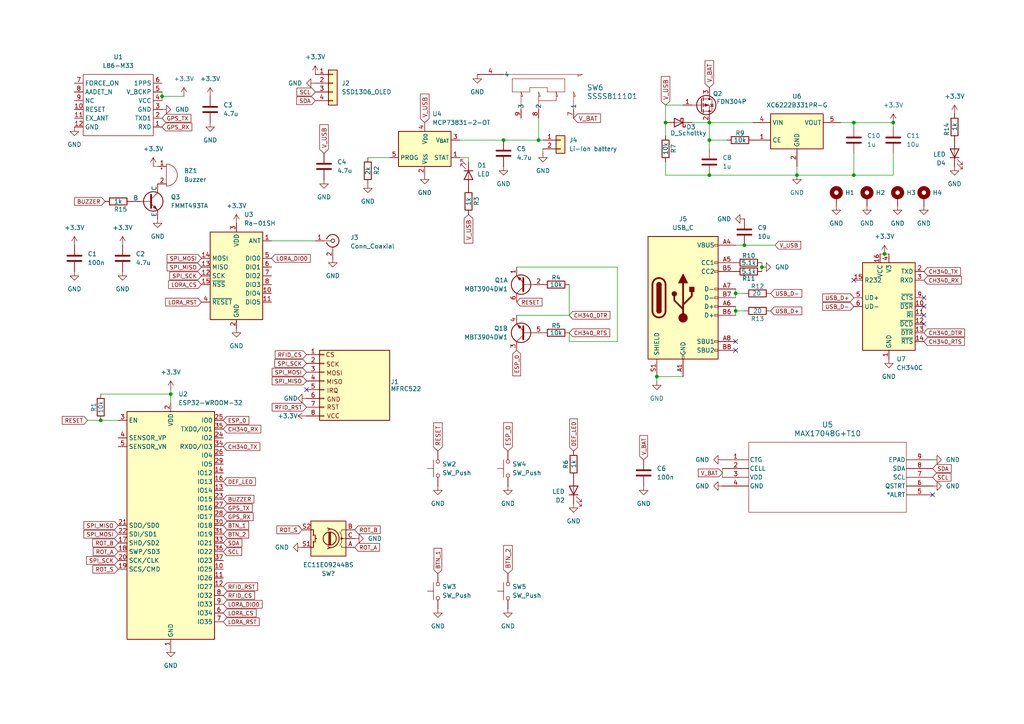
<source format=kicad_sch>
(kicad_sch (version 20231120) (generator "eeschema") (generator_version "8.0")
  (paper "A4")
  (junction (at 146.05 40.64))
  (junction (at 193.04 35.56))
  (junction (at 259.08 35.56))
  (junction (at 247.65 35.56))
  (junction (at 215.9 71.12))
  (junction (at 29.21 121.92))
  (junction (at 213.36 85.09))
  (junction (at 231.14 50.8))
  (junction (at 49.53 114.3))
  (junction (at 256.54 73.66))
  (junction (at 247.65 50.8))
  (junction (at 205.74 50.8))
  (junction (at 46.99 27.94))
  (junction (at 156.21 40.64))
  (junction (at 205.74 35.56))
  (junction (at 190.5 109.22))
  (junction (at 220.98 77.47))
  (junction (at 205.74 40.64))
  (junction (at 213.36 90.17))
  (no_connect (at 267.97 86.36))
  (no_connect (at 270.51 143.51))
  (no_connect (at 267.97 93.98))
  (no_connect (at 247.65 81.28))
  (no_connect (at 267.97 91.44))
  (no_connect (at 88.9 113.03))
  (no_connect (at 267.97 88.9))
  (no_connect (at 213.36 101.6))
  (no_connect (at 213.36 99.06))
  (wire (pts (xy 156.21 40.64) (xy 157.48 40.64)))
  (wire (pts (xy 149.86 91.44) (xy 165.1 91.44)))
  (wire (pts (xy 205.74 35.56) (xy 205.74 40.64)))
  (wire (pts (xy 49.53 114.3) (xy 49.53 116.84)))
  (wire (pts (xy 135.89 45.72) (xy 133.35 45.72)))
  (wire (pts (xy 243.84 35.56) (xy 247.65 35.56)))
  (wire (pts (xy 231.14 48.26) (xy 231.14 50.8)))
  (wire (pts (xy 205.74 40.64) (xy 205.74 43.18)))
  (wire (pts (xy 190.5 109.22) (xy 198.12 109.22)))
  (wire (pts (xy 200.66 35.56) (xy 205.74 35.56)))
  (wire (pts (xy 218.44 35.56) (xy 205.74 35.56)))
  (wire (pts (xy 193.04 30.48) (xy 198.12 30.48)))
  (wire (pts (xy 231.14 50.8) (xy 247.65 50.8)))
  (wire (pts (xy 157.48 43.18) (xy 157.48 44.45)))
  (wire (pts (xy 29.21 121.92) (xy 34.29 121.92)))
  (wire (pts (xy 255.27 73.66) (xy 256.54 73.66)))
  (wire (pts (xy 247.65 35.56) (xy 247.65 36.83)))
  (wire (pts (xy 256.54 73.66) (xy 257.81 73.66)))
  (wire (pts (xy 165.1 99.06) (xy 165.1 96.52)))
  (wire (pts (xy 213.36 71.12) (xy 215.9 71.12)))
  (wire (pts (xy 215.9 71.12) (xy 224.79 71.12)))
  (wire (pts (xy 106.68 45.72) (xy 113.03 45.72)))
  (wire (pts (xy 133.35 40.64) (xy 146.05 40.64)))
  (wire (pts (xy 209.55 135.89) (xy 209.55 138.43)))
  (wire (pts (xy 179.07 99.06) (xy 165.1 99.06)))
  (wire (pts (xy 156.21 34.29) (xy 156.21 40.64)))
  (wire (pts (xy 213.36 88.9) (xy 213.36 90.17)))
  (wire (pts (xy 193.04 35.56) (xy 193.04 30.48)))
  (wire (pts (xy 213.36 85.09) (xy 215.9 85.09)))
  (wire (pts (xy 78.74 69.85) (xy 91.44 69.85)))
  (wire (pts (xy 190.5 110.49) (xy 190.5 109.22)))
  (wire (pts (xy 25.4 121.92) (xy 29.21 121.92)))
  (wire (pts (xy 193.04 35.56) (xy 193.04 39.37)))
  (wire (pts (xy 247.65 35.56) (xy 259.08 35.56)))
  (wire (pts (xy 213.36 85.09) (xy 213.36 86.36)))
  (wire (pts (xy 46.99 27.94) (xy 46.99 29.21)))
  (wire (pts (xy 220.98 76.2) (xy 220.98 77.47)))
  (wire (pts (xy 29.21 114.3) (xy 49.53 114.3)))
  (wire (pts (xy 179.07 77.47) (xy 179.07 99.06)))
  (wire (pts (xy 165.1 91.44) (xy 165.1 82.55)))
  (wire (pts (xy 205.74 40.64) (xy 210.82 40.64)))
  (wire (pts (xy 205.74 50.8) (xy 193.04 50.8)))
  (wire (pts (xy 259.08 35.56) (xy 259.08 36.83)))
  (wire (pts (xy 220.98 77.47) (xy 220.98 78.74)))
  (wire (pts (xy 193.04 50.8) (xy 193.04 46.99)))
  (wire (pts (xy 259.08 50.8) (xy 259.08 44.45)))
  (wire (pts (xy 247.65 50.8) (xy 259.08 50.8)))
  (wire (pts (xy 44.45 48.26) (xy 45.72 48.26)))
  (wire (pts (xy 46.99 26.67) (xy 46.99 27.94)))
  (wire (pts (xy 135.89 46.99) (xy 135.89 45.72)))
  (wire (pts (xy 46.99 27.94) (xy 53.34 27.94)))
  (wire (pts (xy 205.74 50.8) (xy 231.14 50.8)))
  (wire (pts (xy 247.65 44.45) (xy 247.65 50.8)))
  (wire (pts (xy 146.05 40.64) (xy 156.21 40.64)))
  (wire (pts (xy 213.36 90.17) (xy 215.9 90.17)))
  (wire (pts (xy 49.53 114.3) (xy 49.53 113.03)))
  (wire (pts (xy 213.36 90.17) (xy 213.36 91.44)))
  (wire (pts (xy 149.86 77.47) (xy 179.07 77.47)))
  (wire (pts (xy 213.36 83.82) (xy 213.36 85.09)))
  (global_label "DEF_LED" (shape input) (at 166.37 130.81 90) (effects (font (size 1.143 1.143))) (property "Intersheetrefs" "${INTERSHEET_REFS}" (effects (hide yes))))
  (global_label "LORA_RST" (shape input) (at 58.42 87.63 180) (effects (font (size 1.143 1.143))) (property "Intersheetrefs" "${INTERSHEET_REFS}" (effects (hide yes))))
  (global_label "BTN_1" (shape input) (at 64.77 152.4 0) (effects (font (size 1.143 1.143))) (property "Intersheetrefs" "${INTERSHEET_REFS}" (effects (hide yes))))
  (global_label "SPI_MISO" (shape input) (at 34.29 152.4 180) (effects (font (size 1.143 1.143))) (property "Intersheetrefs" "${INTERSHEET_REFS}" (effects (hide yes))))
  (global_label "V_BAT" (shape input) (at 205.74 25.4 90) (property "Intersheetrefs" "${INTERSHEET_REFS}" (effects (hide yes))))
  (global_label "RFID_CS" (shape input) (at 64.77 172.72 0) (effects (font (size 1.143 1.143))) (property "Intersheetrefs" "${INTERSHEET_REFS}" (effects (hide yes))))
  (global_label "SPI_SCK" (shape input) (at 58.42 80.01 180) (effects (font (size 1.143 1.143))) (property "Intersheetrefs" "${INTERSHEET_REFS}" (effects (hide yes))))
  (global_label "GPS_RX" (shape input) (at 46.99 36.83 0) (effects (font (size 1.143 1.143))) (property "Intersheetrefs" "${INTERSHEET_REFS}" (effects (hide yes))))
  (global_label "V_USB" (shape input) (at 135.89 62.23 270) (property "Intersheetrefs" "${INTERSHEET_REFS}" (effects (hide yes))))
  (global_label "CH340_TX" (shape input) (at 64.77 129.54 0) (effects (font (size 1.143 1.143))) (property "Intersheetrefs" "${INTERSHEET_REFS}" (effects (hide yes))))
  (global_label "BTN_2" (shape input) (at 147.32 166.37 90) (property "Intersheetrefs" "${INTERSHEET_REFS}" (effects (hide yes))))
  (global_label "SPI_MISO" (shape input) (at 58.42 77.47 180) (effects (font (size 1.143 1.143))) (property "Intersheetrefs" "${INTERSHEET_REFS}" (effects (hide yes))))
  (global_label "SDA" (shape input) (at 91.44 29.21 180) (effects (font (size 1.143 1.143))) (property "Intersheetrefs" "${INTERSHEET_REFS}" (effects (hide yes))))
  (global_label "ESP_0" (shape input) (at 149.86 101.6 270) (effects (font (size 1.143 1.143))) (property "Intersheetrefs" "${INTERSHEET_REFS}" (effects (hide yes))))
  (global_label "V_USB" (shape input) (at 224.79 71.12 0) (effects (font (size 1.143 1.143))) (property "Intersheetrefs" "${INTERSHEET_REFS}" (effects (hide yes))))
  (global_label "RFID_RST" (shape input) (at 88.9 118.11 180) (effects (font (size 1.143 1.143))) (property "Intersheetrefs" "${INTERSHEET_REFS}" (effects (hide yes))))
  (global_label "GPS_TX" (shape input) (at 64.77 147.32 0) (effects (font (size 1.143 1.143))) (property "Intersheetrefs" "${INTERSHEET_REFS}" (effects (hide yes))))
  (global_label "RFID_RST" (shape input) (at 64.77 170.18 0) (effects (font (size 1.143 1.143))) (property "Intersheetrefs" "${INTERSHEET_REFS}" (effects (hide yes))))
  (global_label "RFID_CS" (shape input) (at 88.9 102.87 180) (effects (font (size 1.143 1.143))) (property "Intersheetrefs" "${INTERSHEET_REFS}" (effects (hide yes))))
  (global_label "DEF_LED" (shape input) (at 64.77 139.7 0) (effects (font (size 1.143 1.143))) (property "Intersheetrefs" "${INTERSHEET_REFS}" (effects (hide yes))))
  (global_label "SPI_MOSI" (shape input) (at 58.42 74.93 180) (effects (font (size 1.143 1.143))) (property "Intersheetrefs" "${INTERSHEET_REFS}" (effects (hide yes))))
  (global_label "BUZZER" (shape input) (at 64.77 144.78 0) (effects (font (size 1.143 1.143))) (property "Intersheetrefs" "${INTERSHEET_REFS}" (effects (hide yes))))
  (global_label "BTN_2" (shape input) (at 64.77 154.94 0) (effects (font (size 1.143 1.143))) (property "Intersheetrefs" "${INTERSHEET_REFS}" (effects (hide yes))))
  (global_label "GPS_RX" (shape input) (at 64.77 149.86 0) (effects (font (size 1.143 1.143))) (property "Intersheetrefs" "${INTERSHEET_REFS}" (effects (hide yes))))
  (global_label "CH340_RTS" (shape input) (at 165.1 96.52 0) (effects (font (size 1.143 1.143))) (property "Intersheetrefs" "${INTERSHEET_REFS}" (effects (hide yes))))
  (global_label "BUZZER" (shape input) (at 30.48 58.42 180) (effects (font (size 1.143 1.143))) (property "Intersheetrefs" "${INTERSHEET_REFS}" (effects (hide yes))))
  (global_label "SCL" (shape input) (at 91.44 26.67 180) (effects (font (size 1.143 1.143))) (property "Intersheetrefs" "${INTERSHEET_REFS}" (effects (hide yes))))
  (global_label "SPI_SCK" (shape input) (at 88.9 105.41 180) (effects (font (size 1.143 1.143))) (property "Intersheetrefs" "${INTERSHEET_REFS}" (effects (hide yes))))
  (global_label "SPI_SCK" (shape input) (at 34.29 162.56 180) (effects (font (size 1.143 1.143))) (property "Intersheetrefs" "${INTERSHEET_REFS}" (effects (hide yes))))
  (global_label "SPI_MOSI" (shape input) (at 88.9 107.95 180) (effects (font (size 1.143 1.143))) (property "Intersheetrefs" "${INTERSHEET_REFS}" (effects (hide yes))))
  (global_label "V_BAT" (shape input) (at 209.55 137.16 180) (effects (font (size 1.143 1.143))) (property "Intersheetrefs" "${INTERSHEET_REFS}" (effects (hide yes))))
  (global_label "RESET" (shape input) (at 127 130.81 90) (property "Intersheetrefs" "${INTERSHEET_REFS}" (effects (hide yes))))
  (global_label "CH340_RX" (shape input) (at 267.97 81.28 0) (effects (font (size 1.143 1.143))) (property "Intersheetrefs" "${INTERSHEET_REFS}" (effects (hide yes))))
  (global_label "ROT_A" (shape input) (at 102.87 158.75 0) (effects (font (size 1.143 1.143))) (property "Intersheetrefs" "${INTERSHEET_REFS}" (effects (hide yes))))
  (global_label "LORA_RST" (shape input) (at 64.77 180.34 0) (effects (font (size 1.143 1.143))) (property "Intersheetrefs" "${INTERSHEET_REFS}" (effects (hide yes))))
  (global_label "USB_D-" (shape input) (at 223.52 85.09 0) (effects (font (size 1.143 1.143))) (property "Intersheetrefs" "${INTERSHEET_REFS}" (effects (hide yes))))
  (global_label "LORA_DIO0" (shape input) (at 78.74 74.93 0) (effects (font (size 1.143 1.143))) (property "Intersheetrefs" "${INTERSHEET_REFS}" (effects (hide yes))))
  (global_label "SCL" (shape input) (at 64.77 160.02 0) (effects (font (size 1.143 1.143))) (property "Intersheetrefs" "${INTERSHEET_REFS}" (effects (hide yes))))
  (global_label "LORA_CS" (shape input) (at 64.77 177.8 0) (effects (font (size 1.143 1.143))) (property "Intersheetrefs" "${INTERSHEET_REFS}" (effects (hide yes))))
  (global_label "GPS_TX" (shape input) (at 46.99 34.29 0) (effects (font (size 1.143 1.143))) (property "Intersheetrefs" "${INTERSHEET_REFS}" (effects (hide yes))))
  (global_label "ESP_0" (shape input) (at 147.32 130.81 90) (property "Intersheetrefs" "${INTERSHEET_REFS}" (effects (hide yes))))
  (global_label "SCL" (shape input) (at 270.51 138.43 0) (effects (font (size 1.143 1.143))) (property "Intersheetrefs" "${INTERSHEET_REFS}" (effects (hide yes))))
  (global_label "V_BAT" (shape input) (at 186.69 133.35 90) (effects (font (size 1.143 1.143))) (property "Intersheetrefs" "${INTERSHEET_REFS}" (effects (hide yes))))
  (global_label "ROT_S" (shape input) (at 87.63 153.67 180) (effects (font (size 1.143 1.143))) (property "Intersheetrefs" "${INTERSHEET_REFS}" (effects (hide yes))))
  (global_label "ROT_B" (shape input) (at 34.29 157.48 180) (effects (font (size 1.143 1.143))) (property "Intersheetrefs" "${INTERSHEET_REFS}" (effects (hide yes))))
  (global_label "V_USB" (shape input) (at 123.19 35.56 90) (property "Intersheetrefs" "${INTERSHEET_REFS}" (effects (hide yes))))
  (global_label "ROT_B" (shape input) (at 102.87 153.67 0) (effects (font (size 1.143 1.143))) (property "Intersheetrefs" "${INTERSHEET_REFS}" (effects (hide yes))))
  (global_label "CH340_DTR" (shape input) (at 165.1 91.44 0) (effects (font (size 1.143 1.143))) (property "Intersheetrefs" "${INTERSHEET_REFS}" (effects (hide yes))))
  (global_label "SPI_MISO" (shape input) (at 88.9 110.49 180) (effects (font (size 1.143 1.143))) (property "Intersheetrefs" "${INTERSHEET_REFS}" (effects (hide yes))))
  (global_label "CH340_DTR" (shape input) (at 267.97 96.52 0) (effects (font (size 1.143 1.143))) (property "Intersheetrefs" "${INTERSHEET_REFS}" (effects (hide yes))))
  (global_label "BTN_1" (shape input) (at 127 166.37 90) (effects (font (size 1.143 1.143))) (property "Intersheetrefs" "${INTERSHEET_REFS}" (effects (hide yes))))
  (global_label "USB_D+" (shape input) (at 247.65 86.36 180) (effects (font (size 1.143 1.143))) (property "Intersheetrefs" "${INTERSHEET_REFS}" (effects (hide yes))))
  (global_label "ROT_A" (shape input) (at 34.29 160.02 180) (effects (font (size 1.143 1.143))) (property "Intersheetrefs" "${INTERSHEET_REFS}" (effects (hide yes))))
  (global_label "SDA" (shape input) (at 64.77 157.48 0) (effects (font (size 1.143 1.143))) (property "Intersheetrefs" "${INTERSHEET_REFS}" (effects (hide yes))))
  (global_label "CH340_RTS" (shape input) (at 267.97 99.06 0) (effects (font (size 1.143 1.143))) (property "Intersheetrefs" "${INTERSHEET_REFS}" (effects (hide yes))))
  (global_label "CH340_TX" (shape input) (at 267.97 78.74 0) (effects (font (size 1.143 1.143))) (property "Intersheetrefs" "${INTERSHEET_REFS}" (effects (hide yes))))
  (global_label "V_BAT" (shape input) (at 166.37 34.29 0) (property "Intersheetrefs" "${INTERSHEET_REFS}" (effects (hide yes))))
  (global_label "V_USB" (shape input) (at 93.98 44.45 90) (property "Intersheetrefs" "${INTERSHEET_REFS}" (effects (hide yes))))
  (global_label "SPI_MOSI" (shape input) (at 34.29 154.94 180) (effects (font (size 1.143 1.143))) (property "Intersheetrefs" "${INTERSHEET_REFS}" (effects (hide yes))))
  (global_label "V_USB" (shape input) (at 193.04 30.48 90) (property "Intersheetrefs" "${INTERSHEET_REFS}" (effects (hide yes))))
  (global_label "CH340_RX" (shape input) (at 64.77 124.46 0) (effects (font (size 1.143 1.143))) (property "Intersheetrefs" "${INTERSHEET_REFS}" (effects (hide yes))))
  (global_label "ESP_0" (shape input) (at 64.77 121.92 0) (effects (font (size 1.143 1.143))) (property "Intersheetrefs" "${INTERSHEET_REFS}" (effects (hide yes))))
  (global_label "RESET" (shape input) (at 25.4 121.92 180) (effects (font (size 1.143 1.143))) (property "Intersheetrefs" "${INTERSHEET_REFS}" (effects (hide yes))))
  (global_label "USB_D+" (shape input) (at 223.52 90.17 0) (effects (font (size 1.143 1.143))) (property "Intersheetrefs" "${INTERSHEET_REFS}" (effects (hide yes))))
  (global_label "RESET" (shape input) (at 149.86 87.63 0) (effects (font (size 1.143 1.143))) (property "Intersheetrefs" "${INTERSHEET_REFS}" (effects (hide yes))))
  (global_label "ROT_S" (shape input) (at 34.29 165.1 180) (effects (font (size 1.143 1.143))) (property "Intersheetrefs" "${INTERSHEET_REFS}" (effects (hide yes))))
  (global_label "LORA_CS" (shape input) (at 58.42 82.55 180) (effects (font (size 1.143 1.143))) (property "Intersheetrefs" "${INTERSHEET_REFS}" (effects (hide yes))))
  (global_label "USB_D-" (shape input) (at 247.65 88.9 180) (effects (font (size 1.143 1.143))) (property "Intersheetrefs" "${INTERSHEET_REFS}" (effects (hide yes))))
  (global_label "LORA_DIO0" (shape input) (at 64.77 175.26 0) (effects (font (size 1.143 1.143))) (property "Intersheetrefs" "${INTERSHEET_REFS}" (effects (hide yes))))
  (global_label "SDA" (shape input) (at 270.51 135.89 0) (effects (font (size 1.143 1.143))) (property "Intersheetrefs" "${INTERSHEET_REFS}" (effects (hide yes))))
  (symbol (lib_id "power:GND") (at 157.48 44.45 0) (unit 1)
    (property "Reference" "#PWR04" (effects (hide yes)))
    (property "Value" "GND" (at 157.48 49.53 0))
    (property "Description" "Power symbol creates a global label with name \"GND\" , ground" (effects (hide yes)))
  )
  (symbol (lib_id "power:GND") (at 127 140.97 0) (unit 1)
    (property "Reference" "#PWR020" (effects (hide yes)))
    (property "Value" "GND" (at 127 146.05 0))
    (property "Description" "Power symbol creates a global label with name \"GND\" , ground" (effects (hide yes)))
  )
  (symbol (lib_id "power:GND") (at 96.52 74.93 0) (unit 1)
    (property "Reference" "#PWR039" (effects (hide yes)))
    (property "Value" "GND" (at 96.52 80.01 0))
    (property "Description" "Power symbol creates a global label with name \"GND\" , ground" (effects (hide yes)))
  )
  (symbol (lib_id "power:GND") (at 215.9 63.5 270) (unit 1)
    (property "Reference" "#PWR014" (effects (hide yes)))
    (property "Value" "GND" (at 212.09 63.4999 90) (effects (justify right)))
    (property "Description" "Power symbol creates a global label with name \"GND\" , ground" (effects (hide yes)))
  )
  (symbol (lib_id "power:GND") (at 91.44 24.13 270) (unit 1)
    (property "Reference" "#PWR029" (effects (hide yes)))
    (property "Value" "GND" (at 87.63 24.1299 90) (effects (justify right)))
    (property "Description" "Power symbol creates a global label with name \"GND\" , ground" (effects (hide yes)))
  )
  (symbol (lib_id "Device:R") (at 219.71 90.17 90) (unit 1)
    (property "Reference" "R13" (at 219.71 92.456 90))
    (property "Value" "20" (at 219.71 90.17 90))
    (property "Footprint" "Resistor_SMD:R_0603_1608Metric_Pad0.98x0.95mm_HandSolder" (effects (hide yes)))
    (property "Description" "Resistor" (effects (hide yes)))
    (property "LCSC" "C25218" (effects (hide yes)))
  )
  (symbol (lib_id "Switch:SW_Push") (at 127 171.45 90) (unit 1)
    (property "Reference" "SW3" (at 128.27 170.1799 90) (effects (justify right)))
    (property "Value" "SW_Push" (at 128.27 172.7199 90) (effects (justify right)))
    (property "Footprint" "Button_Switch_SMD:SW_Push_1P1T_XKB_TS-1187A" (effects (hide yes)))
    (property "LCSC" "C318884" (effects (hide yes)))
  )
  (symbol (lib_id "Connector:Conn_Coaxial") (at 96.52 69.85 0) (unit 1)
    (property "Reference" "J3" (at 101.6 68.8731 0) (effects (justify left)))
    (property "Value" "Conn_Coaxial" (at 101.6 71.4131 0) (effects (justify left)))
    (property "Footprint" "Connector_Coaxial:SMA_Amphenol_132134-16_Vertical" (effects (hide yes)))
    (property "Description" "coaxial connector (BNC, SMA, SMB, SMC, Cinch/RCA, LEMO, ...)" (effects (hide yes)))
  )
  (symbol (lib_id "Simulation_SPICE:NPN") (at 43.18 58.42 0) (unit 1)
    (property "Reference" "Q3" (at 49.53 57.1499 0) (effects (justify left)))
    (property "Value" "FMMT493TA" (at 49.53 59.6899 0) (effects (justify left)))
    (property "Footprint" "Package_TO_SOT_SMD:SOT-23-3" (effects (hide yes)))
    (property "LCSC" "C435889" (effects (hide yes)))
  )
  (symbol (lib_id "power:+3.3V") (at 35.56 71.12 0) (unit 1)
    (property "Reference" "#PWR035" (effects (hide yes)))
    (property "Value" "+3.3V" (at 35.56 66.04 0))
    (property "Description" "Power symbol creates a global label with name \"+3.3V\"" (effects (hide yes)))
  )
  (symbol (lib_id "power:+3.3V") (at 256.54 73.66 0) (unit 1)
    (property "Reference" "#PWR015" (effects (hide yes)))
    (property "Value" "+3.3V" (at 256.54 68.58 0))
    (property "Description" "Power symbol creates a global label with name \"+3.3V\"" (effects (hide yes)))
  )
  (symbol (lib_id "power:GND") (at 242.57 59.69 0) (unit 1)
    (property "Reference" "#PWR048" (effects (hide yes)))
    (property "Value" "GND" (at 242.57 64.77 0))
    (property "Description" "Power symbol creates a global label with name \"GND\" , ground" (effects (hide yes)))
  )
  (symbol (lib_id "power:+3.3V") (at 88.9 120.65 90) (unit 1)
    (property "Reference" "#PWR045" (effects (hide yes)))
    (property "Value" "+3.3V" (at 86.36 120.6499 90) (effects (justify left)))
    (property "Description" "Power symbol creates a global label with name \"+3.3V\"" (effects (hide yes)))
  )
  (symbol (lib_id "Device:C") (at 21.59 74.93 0) (unit 1)
    (property "Reference" "C1" (at 25.4 73.6599 0) (effects (justify left)))
    (property "Value" "100n" (at 25.4 76.1999 0) (effects (justify left)))
    (property "Footprint" "Capacitor_SMD:C_0603_1608Metric" (effects (hide yes)))
    (property "Description" "Unpolarized capacitor" (effects (hide yes)))
    (property "LCSC" "C5137636" (effects (hide yes)))
  )
  (symbol (lib_id "Device:Buzzer") (at 48.26 50.8 0) (unit 1)
    (property "Reference" "BZ1" (at 53.34 49.5299 0) (effects (justify left)))
    (property "Value" "Buzzer" (at 53.34 52.0699 0) (effects (justify left)))
    (property "Footprint" "Buzzer_Beeper:Buzzer_TDK_PS1240P02BT_D12.2mm_H6.5mm" (effects (hide yes)))
    (property "LCSC" "C360607" (effects (hide yes)))
  )
  (symbol (lib_id "Interface_USB:CH340C") (at 257.81 88.9 0) (unit 1)
    (property "Reference" "U7" (at 260.0041 104.14 0) (effects (justify left)))
    (property "Value" "CH340C" (at 260.0041 106.68 0) (effects (justify left)))
    (property "Footprint" "Package_SO:SOIC-16_3.9x9.9mm_P1.27mm" (effects (hide yes)))
    (property "LCSC" "C84681" (effects (hide yes)))
  )
  (symbol (lib_id "Device:C") (at 205.74 46.99 0) (unit 1)
    (property "Reference" "C8" (at 209.55 45.7199 0) (effects (justify left)))
    (property "Value" "1u" (at 209.55 48.2599 0) (effects (justify left)))
    (property "Footprint" "Capacitor_SMD:C_0603_1608Metric" (effects (hide yes)))
    (property "Description" "Unpolarized capacitor" (effects (hide yes)))
    (property "LCSC" "C1592" (effects (hide yes)))
  )
  (symbol (lib_id "Device:R") (at 161.29 96.52 90) (unit 1)
    (property "Reference" "R5" (at 161.29 94.488 90))
    (property "Value" "10k" (at 161.29 96.52 90))
    (property "Footprint" "Resistor_SMD:R_0603_1608Metric_Pad0.98x0.95mm_HandSolder" (effects (hide yes)))
    (property "Description" "Resistor" (effects (hide yes)))
    (property "LCSC" "C15401" (effects (hide yes)))
  )
  (symbol (lib_id "Mechanical:MountingHole_Pad") (at 251.46 57.15 0) (unit 1) (exclude_from_sim yes) (in_bom no)
    (property "Reference" "H2" (at 254 55.8799 0) (effects (justify left)))
    (property "Value" "MountingHole_Pad" (effects (hide yes)))
    (property "Footprint" "MountingHole:MountingHole_2.2mm_M2_Pad_Via" (effects (hide yes)))
    (property "Description" "Mounting Hole with connection" (effects (hide yes)))
  )
  (symbol (lib_id "Device:C") (at 215.9 67.31 0) (unit 1)
    (property "Reference" "C9" (at 219.71 66.0399 0) (effects (justify left)))
    (property "Value" "10u" (at 219.71 68.5799 0) (effects (justify left)))
    (property "Footprint" "Capacitor_SMD:C_0603_1608Metric" (effects (hide yes)))
    (property "Description" "Unpolarized capacitor" (effects (hide yes)))
    (property "LCSC" "C1691" (effects (hide yes)))
  )
  (symbol (lib_id "Device:R") (at 217.17 76.2 270) (unit 1)
    (property "Reference" "R10" (at 217.17 74.168 90))
    (property "Value" "5.1k" (at 217.17 76.2 90))
    (property "Footprint" "Resistor_SMD:R_0603_1608Metric_Pad0.98x0.95mm_HandSolder" (effects (hide yes)))
    (property "Description" "Resistor" (effects (hide yes)))
    (property "LCSC" "C2907114" (effects (hide yes)))
  )
  (symbol (lib_id "Device:R") (at 106.68 49.53 0) (unit 1)
    (property "Reference" "R2" (at 109.22 50.8 90) (effects (justify left)))
    (property "Value" "2k" (at 106.68 50.8 90) (effects (justify left)))
    (property "Footprint" "Resistor_SMD:R_0603_1608Metric_Pad0.98x0.95mm_HandSolder" (effects (hide yes)))
    (property "LCSC" "C25590" (effects (hide yes)))
  )
  (symbol (lib_id "Device:R") (at 34.29 58.42 270) (unit 1)
    (property "Reference" "R15" (at 33.02 60.706 90) (effects (justify left)))
    (property "Value" "1k" (at 33.02 58.42 90) (effects (justify left)))
    (property "Footprint" "Resistor_SMD:R_0603_1608Metric_Pad0.98x0.95mm_HandSolder" (effects (hide yes)))
    (property "Description" "Resistor" (effects (hide yes)))
    (property "LCSC" "C22548" (effects (hide yes)))
  )
  (symbol (lib_id "RF_Module:ESP32-WROOM-32") (at 49.53 152.4 0) (unit 1)
    (property "Reference" "U2" (at 51.7241 114.3 0) (effects (justify left)))
    (property "Value" "ESP32-WROOM-32" (at 51.7241 116.84 0) (effects (justify left)))
    (property "Footprint" "RF_Module:ESP32-WROOM-32" (effects (hide yes)))
  )
  (symbol (lib_id "2025-03-08_19-34-20:SSSS811101") (at 166.37 34.29 180) (unit 1)
    (property "Reference" "SW6" (at 170.18 25.3999 0) (effects (font (size 1.524 1.524)) (justify right)))
    (property "Value" "SSSS811101" (at 170.18 27.9399 0) (effects (font (size 1.524 1.524)) (justify right)))
    (property "Footprint" "footprints:SW4_SSSS811101_ALPS" (effects (hide yes)))
    (property "LCSC" "C109335" (effects (hide yes)))
  )
  (symbol (lib_id "power:+3.3V") (at 91.44 21.59 0) (unit 1)
    (property "Reference" "#PWR028" (effects (hide yes)))
    (property "Value" "+3.3V" (at 91.44 16.51 0))
    (property "Description" "Power symbol creates a global label with name \"+3.3V\"" (effects (hide yes)))
  )
  (symbol (lib_id "power:GND") (at 21.59 36.83 0) (unit 1)
    (property "Reference" "#PWR030" (effects (hide yes)))
    (property "Value" "GND" (at 21.59 41.91 0))
    (property "Description" "Power symbol creates a global label with name \"GND\" , ground" (effects (hide yes)))
  )
  (symbol (lib_id "Connector_Generic:Conn_01x08") (at 93.98 110.49 0) (unit 1)
    (property "Reference" "J1" (at 113.284 110.744 0) (effects (justify left)))
    (property "Value" "MFRC522" (at 113.284 112.776 0) (effects (justify left)))
    (property "Footprint" "Connector_PinHeader_2.54mm:PinHeader_1x08_P2.54mm_Vertical" (effects (hide yes)))
  )
  (symbol (lib_id "power:GND") (at 257.81 104.14 0) (unit 1)
    (property "Reference" "#PWR013" (effects (hide yes)))
    (property "Value" "GND" (at 257.81 109.22 0))
    (property "Description" "Power symbol creates a global label with name \"GND\" , ground" (effects (hide yes)))
  )
  (symbol (lib_id "Connector_Generic:Conn_01x04") (at 96.52 24.13 0) (unit 1)
    (property "Reference" "J2" (at 99.06 24.1299 0) (effects (justify left)))
    (property "Value" "SSD1306_OLED" (at 99.06 26.6699 0) (effects (justify left)))
    (property "Footprint" "footprints:128x64OLED" (effects (hide yes)))
  )
  (symbol (lib_id "Device:R") (at 166.37 134.62 180) (unit 1)
    (property "Reference" "R6" (at 164.084 133.35 90) (effects (justify left)))
    (property "Value" "1k" (at 166.37 133.35 90) (effects (justify left)))
    (property "Footprint" "Resistor_SMD:R_0603_1608Metric_Pad0.98x0.95mm_HandSolder" (effects (hide yes)))
    (property "Description" "Resistor" (effects (hide yes)))
    (property "LCSC" "C22548" (effects (hide yes)))
  )
  (symbol (lib_id "power:+3.3V") (at 44.45 48.26 0) (unit 1)
    (property "Reference" "#PWR046" (effects (hide yes)))
    (property "Value" "+3.3V" (at 44.45 43.18 0))
    (property "Description" "Power symbol creates a global label with name \"+3.3V\"" (effects (hide yes)))
  )
  (symbol (lib_id "Device:D_Schottky") (at 196.85 35.56 180) (unit 1)
    (property "Reference" "D3" (at 200.406 36.83 0))
    (property "Value" "D_Schottky" (at 199.644 38.608 0))
    (property "Footprint" "Diode_SMD:D_SOD-123F" (effects (hide yes)))
    (property "LCSC" "C223608" (effects (hide yes)))
  )
  (symbol (lib_id "Device:C") (at 35.56 74.93 0) (unit 1)
    (property "Reference" "C2" (at 39.37 73.6599 0) (effects (justify left)))
    (property "Value" "4.7u" (at 39.37 76.1999 0) (effects (justify left)))
    (property "Footprint" "Capacitor_SMD:C_0603_1608Metric" (effects (hide yes)))
    (property "LCSC" "C1705" (effects (hide yes)))
  )
  (symbol (lib_id "Device:R") (at 219.71 85.09 90) (unit 1)
    (property "Reference" "R12" (at 219.71 83.058 90))
    (property "Value" "20" (at 219.456 85.09 90))
    (property "Footprint" "Resistor_SMD:R_0603_1608Metric_Pad0.98x0.95mm_HandSolder" (effects (hide yes)))
    (property "Description" "Resistor" (effects (hide yes)))
    (property "LCSC" "C25218" (effects (hide yes)))
  )
  (symbol (lib_id "Device:R") (at 214.63 40.64 90) (unit 1)
    (property "Reference" "R9" (at 214.63 38.608 90))
    (property "Value" "10k" (at 214.63 40.64 90))
    (property "Footprint" "Resistor_SMD:R_0603_1608Metric_Pad0.98x0.95mm_HandSolder" (effects (hide yes)))
    (property "Description" "Resistor" (effects (hide yes)))
    (property "LCSC" "C15401" (effects (hide yes)))
  )
  (symbol (lib_id "power:+3.3V") (at 53.34 27.94 0) (unit 1)
    (property "Reference" "#PWR032" (effects (hide yes)))
    (property "Value" "+3.3V" (at 53.34 22.86 0))
    (property "Description" "Power symbol creates a global label with name \"+3.3V\"" (effects (hide yes)))
  )
  (symbol (lib_id "power:GND") (at 93.98 52.07 0) (unit 1)
    (property "Reference" "#PWR05" (effects (hide yes)))
    (property "Value" "GND" (at 93.98 57.15 0))
    (property "Description" "Power symbol creates a global label with name \"GND\" , ground" (effects (hide yes)))
  )
  (symbol (lib_id "power:+3.3V") (at 21.59 71.12 0) (unit 1)
    (property "Reference" "#PWR038" (effects (hide yes)))
    (property "Value" "+3.3V" (at 21.59 66.04 0))
    (property "Description" "Power symbol creates a global label with name \"+3.3V\"" (effects (hide yes)))
  )
  (symbol (lib_id "Library:L86-M33") (at 34.29 30.48 0) (unit 1)
    (property "Reference" "U1" (at 34.29 16.51 0))
    (property "Value" "L86-M33" (at 34.29 19.05 0))
    (property "Footprint" "footprints:L86-M33" (effects (hide yes)))
  )
  (symbol (lib_id "power:GND") (at 147.32 176.53 0) (unit 1)
    (property "Reference" "#PWR025" (effects (hide yes)))
    (property "Value" "GND" (at 147.32 181.61 0))
    (property "Description" "Power symbol creates a global label with name \"GND\" , ground" (effects (hide yes)))
  )
  (symbol (lib_id "power:+3.3V") (at 49.53 113.03 0) (unit 1)
    (property "Reference" "#PWR027" (effects (hide yes)))
    (property "Value" "+3.3V" (at 49.53 107.95 0))
    (property "Description" "Power symbol creates a global label with name \"+3.3V\"" (effects (hide yes)))
  )
  (symbol (lib_id "power:GND") (at 231.14 50.8 0) (unit 1)
    (property "Reference" "#PWR06" (effects (hide yes)))
    (property "Value" "GND" (at 231.14 55.88 0))
    (property "Description" "Power symbol creates a global label with name \"GND\" , ground" (effects (hide yes)))
  )
  (symbol (lib_id "power:+3.3V") (at 259.08 35.56 0) (unit 1)
    (property "Reference" "#PWR07" (effects (hide yes)))
    (property "Value" "+3.3V" (at 259.08 30.48 0))
    (property "Description" "Power symbol creates a global label with name \"+3.3V\"" (effects (hide yes)))
  )
  (symbol (lib_id "power:GND") (at 127 176.53 0) (unit 1)
    (property "Reference" "#PWR024" (effects (hide yes)))
    (property "Value" "GND" (at 127 181.61 0))
    (property "Description" "Power symbol creates a global label with name \"GND\" , ground" (effects (hide yes)))
  )
  (symbol (lib_id "Transistor_BJT:MBT3904DW1") (at 152.4 82.55 180) (unit 1)
    (property "Reference" "Q1" (at 147.32 81.2799 0) (effects (justify left)))
    (property "Value" "MBT3904DW1" (at 147.32 83.8199 0) (effects (justify left)))
    (property "Footprint" "Package_TO_SOT_SMD:SOT-363_SC-70-6" (effects (hide yes)))
    (property "LCSC" "C110150" (effects (hide yes)))
  )
  (symbol (lib_id "Device:R") (at 193.04 43.18 0) (unit 1)
    (property "Reference" "R7" (at 195.326 44.45 90) (effects (justify left)))
    (property "Value" "10k" (at 193.04 44.958 90) (effects (justify left)))
    (property "Footprint" "Resistor_SMD:R_0603_1608Metric_Pad0.98x0.95mm_HandSolder" (effects (hide yes)))
    (property "Description" "Resistor" (effects (hide yes)))
    (property "LCSC" "C15401" (effects (hide yes)))
  )
  (symbol (lib_id "power:GND") (at 209.55 133.35 270) (unit 1)
    (property "Reference" "#PWR018" (effects (hide yes)))
    (property "Value" "GND" (at 205.74 133.3499 90) (effects (justify right)))
    (property "Description" "Power symbol creates a global label with name \"GND\" , ground" (effects (hide yes)))
  )
  (symbol (lib_id "Device:RotaryEncoder_Switch") (at 95.25 156.21 180) (unit 1)
    (property "Reference" "SW?" (at 95.25 166.37 0))
    (property "Value" "EC11E09244BS" (at 95.25 163.83 0))
    (property "Footprint" "Rotary_Encoder:RotaryEncoder_Alps_EC11E-Switch_Vertical_H20mm" (effects (hide yes)))
    (property "LCSC" "C470742" (effects (hide yes)))
  )
  (symbol (lib_id "Switch:SW_Push") (at 147.32 171.45 90) (unit 1)
    (property "Reference" "SW5" (at 148.59 170.1799 90) (effects (justify right)))
    (property "Value" "SW_Push" (at 148.59 172.7199 90) (effects (justify right)))
    (property "Footprint" "Button_Switch_SMD:SW_Push_1P1T_XKB_TS-1187A" (effects (hide yes)))
    (property "LCSC" "C318884" (effects (hide yes)))
  )
  (symbol (lib_id "2025-03-08_20-08-06:MAX17048G+T10") (at 209.55 133.35 0) (unit 1)
    (property "Reference" "U5" (at 240.03 123.19 0) (effects (font (size 1.524 1.524))))
    (property "Value" "MAX17048G+T10" (at 240.03 125.73 0) (effects (font (size 1.524 1.524))))
    (property "Footprint" "footprints:21-0168E_T822-3_MXM" (effects (hide yes)))
    (property "Datasheet" "MAX17048G+T10" (effects (hide yes)))
    (property "LCSC" "C2682616" (effects (hide yes)))
  )
  (symbol (lib_id "Mechanical:MountingHole_Pad") (at 267.97 57.15 0) (unit 1) (exclude_from_sim yes) (in_bom no)
    (property "Reference" "H4" (at 270.51 55.8799 0) (effects (justify left)))
    (property "Value" "MountingHole_Pad" (effects (hide yes)))
    (property "Footprint" "MountingHole:MountingHole_2.2mm_M2_Pad_Via" (effects (hide yes)))
    (property "Description" "Mounting Hole with connection" (effects (hide yes)))
  )
  (symbol (lib_id "Device:R") (at 217.17 78.74 90) (unit 1)
    (property "Reference" "R11" (at 217.17 80.772 90))
    (property "Value" "5.1k" (at 217.17 78.74 90))
    (property "Footprint" "Resistor_SMD:R_0603_1608Metric_Pad0.98x0.95mm_HandSolder" (effects (hide yes)))
    (property "Description" "Resistor" (effects (hide yes)))
    (property "LCSC" "C2907114" (effects (hide yes)))
  )
  (symbol (lib_id "Connector_Generic:Conn_01x02") (at 162.56 40.64 0) (unit 1)
    (property "Reference" "J4" (at 165.1 40.6399 0) (effects (justify left)))
    (property "Value" "Li-Ion battery" (at 165.1 43.1799 0) (effects (justify left)))
    (property "Footprint" "Battery:BatteryHolder_Keystone_1042_1x18650" (effects (hide yes)))
    (property "Description" "Generic connector, single row, 01x02, script generated (kicad-library-utils/schlib/autogen/connector/)" (effects (hide yes)))
  )
  (symbol (lib_id "Mechanical:MountingHole_Pad") (at 260.35 57.15 0) (unit 1) (exclude_from_sim yes) (in_bom no)
    (property "Reference" "H3" (at 262.89 55.8799 0) (effects (justify left)))
    (property "Value" "MountingHole_Pad" (effects (hide yes)))
    (property "Footprint" "MountingHole:MountingHole_2.2mm_M2_Pad_Via" (effects (hide yes)))
    (property "Description" "Mounting Hole with connection" (effects (hide yes)))
  )
  (symbol (lib_id "Connector:USB_C_Receptacle_USB2.0_16P") (at 198.12 86.36 0) (unit 1)
    (property "Reference" "J5" (at 198.12 63.5 0))
    (property "Value" "USB_C" (at 198.12 66.04 0))
    (property "Footprint" "Connector_USB:USB_C_Receptacle_HCTL_HC-TYPE-C-16P-01A" (effects (hide yes)))
    (property "Datasheet" "https://www.usb.org/sites/default/files/documents/usb_type-c.zip" (effects (hide yes)))
    (property "Description" "USB 2.0-only 16P Type-C Receptacle connector" (effects (hide yes)))
    (property "LCSC" "C2894897" (effects (hide yes)))
  )
  (symbol (lib_id "Switch:SW_Push") (at 147.32 135.89 90) (unit 1)
    (property "Reference" "SW4" (at 148.59 134.6199 90) (effects (justify right)))
    (property "Value" "SW_Push" (at 148.59 137.1599 90) (effects (justify right)))
    (property "Footprint" "Button_Switch_SMD:SW_Push_1P1T_XKB_TS-1187A" (effects (hide yes)))
    (property "LCSC" "C318884" (effects (hide yes)))
  )
  (symbol (lib_id "Battery_Management:MCP73831-2-OT") (at 123.19 43.18 0) (unit 1)
    (property "Reference" "U4" (at 125.3841 33.02 0) (effects (justify left)))
    (property "Value" "MCP73831-2-OT" (at 125.3841 35.56 0) (effects (justify left)))
    (property "Footprint" "Package_TO_SOT_SMD:SOT-23-5" (effects (hide yes)))
    (property "LCSC" "C424093" (effects (hide yes)))
  )
  (symbol (lib_id "Device:C") (at 60.96 31.75 0) (unit 1)
    (property "Reference" "C3" (at 64.77 30.4799 0) (effects (justify left)))
    (property "Value" "4.7u" (at 64.77 33.0199 0) (effects (justify left)))
    (property "Footprint" "Capacitor_SMD:C_0603_1608Metric" (effects (hide yes)))
    (property "LCSC" "C1705" (effects (hide yes)))
  )
  (symbol (lib_id "Switch:SW_Push") (at 127 135.89 90) (unit 1)
    (property "Reference" "SW2" (at 128.27 134.6199 90) (effects (justify right)))
    (property "Value" "SW_Push" (at 128.27 137.1599 90) (effects (justify right)))
    (property "Footprint" "Button_Switch_SMD:SW_Push_1P1T_XKB_TS-1187A" (effects (hide yes)))
    (property "LCSC" "C318884" (effects (hide yes)))
  )
  (symbol (lib_id "Device:LED") (at 166.37 142.24 90) (unit 1)
    (property "Reference" "D2" (at 163.83 145.0976 90) (effects (justify left)))
    (property "Value" "LED" (at 163.83 142.5576 90) (effects (justify left)))
    (property "Footprint" "LED_SMD:LED_0603_1608Metric" (effects (hide yes)))
    (property "Description" "Light emitting diode" (effects (hide yes)))
    (property "LCSC" "C2286" (effects (hide yes)))
  )
  (symbol (lib_id "power:GND") (at 102.87 156.21 90) (unit 1)
    (property "Reference" "#PWR042" (effects (hide yes)))
    (property "Value" "GND" (at 106.68 156.2101 90) (effects (justify right)))
    (property "Description" "Power symbol creates a global label with name \"GND\" , ground" (effects (hide yes)))
  )
  (symbol (lib_id "power:GND") (at 146.05 48.26 0) (unit 1)
    (property "Reference" "#PWR03" (effects (hide yes)))
    (property "Value" "GND" (at 146.05 53.34 0))
    (property "Description" "Power symbol creates a global label with name \"GND\" , ground" (effects (hide yes)))
  )
  (symbol (lib_id "Device:C") (at 93.98 48.26 0) (unit 1)
    (property "Reference" "C4" (at 97.79 46.9899 0) (effects (justify left)))
    (property "Value" "4.7u" (at 97.79 49.5299 0) (effects (justify left)))
    (property "Footprint" "Capacitor_SMD:C_0603_1608Metric" (effects (hide yes)))
    (property "LCSC" "C1705" (effects (hide yes)))
  )
  (symbol (lib_id "power:+3.3V") (at 276.86 33.02 0) (unit 1)
    (property "Reference" "#PWR08" (effects (hide yes)))
    (property "Value" "+3.3V" (at 276.86 27.94 0))
    (property "Description" "Power symbol creates a global label with name \"+3.3V\"" (effects (hide yes)))
  )
  (symbol (lib_id "power:GND") (at 190.5 110.49 0) (unit 1)
    (property "Reference" "#PWR011" (effects (hide yes)))
    (property "Value" "GND" (at 190.5 115.57 0))
    (property "Description" "Power symbol creates a global label with name \"GND\" , ground" (effects (hide yes)))
  )
  (symbol (lib_id "Device:R") (at 29.21 118.11 180) (unit 1)
    (property "Reference" "R1" (at 27.178 118.11 90))
    (property "Value" "10k" (at 29.21 118.11 90))
    (property "Footprint" "Resistor_SMD:R_0603_1608Metric_Pad0.98x0.95mm_HandSolder" (effects (hide yes)))
    (property "Description" "Resistor" (effects (hide yes)))
    (property "LCSC" "C15401" (effects (hide yes)))
  )
  (symbol (lib_id "Device:LED") (at 135.89 50.8 270) (unit 1)
    (property "Reference" "D1" (at 138.43 47.9424 90) (effects (justify left)))
    (property "Value" "LED" (at 138.43 50.4824 90) (effects (justify left)))
    (property "Footprint" "LED_SMD:LED_0603_1608Metric" (effects (hide yes)))
    (property "LCSC" "C2286" (effects (hide yes)))
  )
  (symbol (lib_id "Regulator_Linear:XC6220B331MR") (at 231.14 38.1 0) (unit 1)
    (property "Reference" "U6" (at 231.14 27.94 0))
    (property "Value" "XC6222B331PR-G" (at 231.14 30.48 0))
    (property "Footprint" "Package_TO_SOT_SMD:SOT-89-5" (effects (hide yes)))
    (property "LCSC" "C3747687" (effects (hide yes)))
  )
  (symbol (lib_id "power:GND") (at 21.59 78.74 0) (unit 1)
    (property "Reference" "#PWR037" (effects (hide yes)))
    (property "Value" "GND" (at 21.59 83.82 0))
    (property "Description" "Power symbol creates a global label with name \"GND\" , ground" (effects (hide yes)))
  )
  (symbol (lib_id "power:GND") (at 49.53 187.96 0) (unit 1)
    (property "Reference" "#PWR026" (effects (hide yes)))
    (property "Value" "GND" (at 49.53 193.04 0))
    (property "Description" "Power symbol creates a global label with name \"GND\" , ground" (effects (hide yes)))
  )
  (symbol (lib_id "Device:C") (at 259.08 40.64 0) (unit 1)
    (property "Reference" "C11" (at 262.89 39.3699 0) (effects (justify left)))
    (property "Value" "10u" (at 262.89 41.9099 0) (effects (justify left)))
    (property "Footprint" "Capacitor_SMD:C_0603_1608Metric" (effects (hide yes)))
    (property "Description" "Unpolarized capacitor" (effects (hide yes)))
    (property "LCSC" "C1691" (effects (hide yes)))
  )
  (symbol (lib_id "power:GND") (at 267.97 59.69 0) (unit 1)
    (property "Reference" "#PWR051" (effects (hide yes)))
    (property "Value" "GND" (at 267.97 64.77 0))
    (property "Description" "Power symbol creates a global label with name \"GND\" , ground" (effects (hide yes)))
  )
  (symbol (lib_id "Device:R") (at 161.29 82.55 90) (unit 1)
    (property "Reference" "R4" (at 161.29 80.518 90))
    (property "Value" "10k" (at 161.29 82.55 90))
    (property "Footprint" "Resistor_SMD:R_0603_1608Metric_Pad0.98x0.95mm_HandSolder" (effects (hide yes)))
    (property "Description" "Resistor" (effects (hide yes)))
    (property "LCSC" "C15401" (effects (hide yes)))
  )
  (symbol (lib_id "power:GND") (at 251.46 59.69 0) (unit 1)
    (property "Reference" "#PWR049" (effects (hide yes)))
    (property "Value" "GND" (at 251.46 64.77 0))
    (property "Description" "Power symbol creates a global label with name \"GND\" , ground" (effects (hide yes)))
  )
  (symbol (lib_id "power:GND") (at 60.96 35.56 0) (unit 1)
    (property "Reference" "#PWR033" (effects (hide yes)))
    (property "Value" "GND" (at 60.96 40.64 0))
    (property "Description" "Power symbol creates a global label with name \"GND\" , ground" (effects (hide yes)))
  )
  (symbol (lib_id "Mechanical:MountingHole_Pad") (at 242.57 57.15 0) (unit 1) (exclude_from_sim yes) (in_bom no)
    (property "Reference" "H1" (at 245.11 55.8799 0) (effects (justify left)))
    (property "Value" "MountingHole_Pad" (effects (hide yes)))
    (property "Footprint" "MountingHole:MountingHole_2.2mm_M2_Pad_Via" (effects (hide yes)))
    (property "Description" "Mounting Hole with connection" (effects (hide yes)))
  )
  (symbol (lib_id "Transistor_BJT:MBT3904DW1") (at 152.4 96.52 180) (unit 2)
    (property "Reference" "Q1" (at 147.32 95.2499 0) (effects (justify left)))
    (property "Value" "MBT3904DW1" (at 147.32 97.7899 0) (effects (justify left)))
    (property "Footprint" "Package_TO_SOT_SMD:SOT-363_SC-70-6" (effects (hide yes)))
    (property "Datasheet" "http://www.onsemi.com/pub_link/Collateral/MBT3904DW1T1-D.PDF" (effects (hide yes)))
    (property "Description" "200mA IC, 40V Vce, Dual NPN/NPN Transistors, SOT-363" (effects (hide yes)))
    (property "LCSC" "C110150" (effects (hide yes)))
  )
  (symbol (lib_id "Device:LED") (at 276.86 44.45 90) (unit 1)
    (property "Reference" "D4" (at 274.32 47.3076 90) (effects (justify left)))
    (property "Value" "LED" (at 274.32 44.7676 90) (effects (justify left)))
    (property "Footprint" "LED_SMD:LED_0603_1608Metric" (effects (hide yes)))
    (property "Description" "Light emitting diode" (effects (hide yes)))
    (property "LCSC" "C2286" (effects (hide yes)))
  )
  (symbol (lib_id "power:GND") (at 45.72 63.5 0) (unit 1)
    (property "Reference" "#PWR047" (effects (hide yes)))
    (property "Value" "GND" (at 45.72 68.58 0))
    (property "Description" "Power symbol creates a global label with name \"GND\" , ground" (effects (hide yes)))
  )
  (symbol (lib_id "Device:C") (at 247.65 40.64 0) (unit 1)
    (property "Reference" "C10" (at 251.46 39.3699 0) (effects (justify left)))
    (property "Value" "1u" (at 251.46 41.9099 0) (effects (justify left)))
    (property "Footprint" "Capacitor_SMD:C_0603_1608Metric" (effects (hide yes)))
    (property "Description" "Unpolarized capacitor" (effects (hide yes)))
    (property "LCSC" "C1592" (effects (hide yes)))
  )
  (symbol (lib_id "power:+3.3V") (at 68.58 64.77 0) (unit 1)
    (property "Reference" "#PWR041" (effects (hide yes)))
    (property "Value" "+3.3V" (at 68.58 59.69 0))
    (property "Description" "Power symbol creates a global label with name \"+3.3V\"" (effects (hide yes)))
  )
  (symbol (lib_id "Device:Q_PMOS_GSD") (at 203.2 30.48 0) (unit 1)
    (property "Reference" "Q2" (at 206.756 27.178 0) (effects (justify left)))
    (property "Value" "FDN304P" (at 207.772 29.464 0) (effects (justify left)))
    (property "Footprint" "Package_TO_SOT_SMD:SOT-23" (effects (hide yes)))
    (property "Description" "P-MOSFET transistor, gate/source/drain" (effects (hide yes)))
    (property "LCSC" "C19188375" (effects (hide yes)))
  )
  (symbol (lib_id "power:GND") (at 276.86 48.26 0) (unit 1)
    (property "Reference" "#PWR09" (effects (hide yes)))
    (property "Value" "GND" (at 276.86 53.34 0))
    (property "Description" "Power symbol creates a global label with name \"GND\" , ground" (effects (hide yes)))
  )
  (symbol (lib_id "power:GND") (at 123.19 50.8 0) (unit 1)
    (property "Reference" "#PWR01" (effects (hide yes)))
    (property "Value" "GND" (at 123.19 55.88 0))
    (property "Description" "Power symbol creates a global label with name \"GND\" , ground" (effects (hide yes)))
  )
  (symbol (lib_id "power:GND") (at 209.55 140.97 270) (unit 1)
    (property "Reference" "#PWR019" (effects (hide yes)))
    (property "Value" "GND" (at 205.74 140.9699 90) (effects (justify right)))
    (property "Description" "Power symbol creates a global label with name \"GND\" , ground" (effects (hide yes)))
  )
  (symbol (lib_id "power:+3.3V") (at 60.96 27.94 0) (unit 1)
    (property "Reference" "#PWR034" (effects (hide yes)))
    (property "Value" "+3.3V" (at 60.96 22.86 0))
    (property "Description" "Power symbol creates a global label with name \"+3.3V\"" (effects (hide yes)))
  )
  (symbol (lib_id "power:GND") (at 68.58 95.25 0) (unit 1)
    (property "Reference" "#PWR040" (effects (hide yes)))
    (property "Value" "GND" (at 68.58 100.33 0))
    (property "Description" "Power symbol creates a global label with name \"GND\" , ground" (effects (hide yes)))
  )
  (symbol (lib_id "Device:C") (at 146.05 44.45 0) (unit 1)
    (property "Reference" "C5" (at 149.86 43.1799 0) (effects (justify left)))
    (property "Value" "4.7u" (at 149.86 45.7199 0) (effects (justify left)))
    (property "Footprint" "Capacitor_SMD:C_0603_1608Metric" (effects (hide yes)))
    (property "Description" "Unpolarized capacitor" (effects (hide yes)))
    (property "LCSC" "C1705" (effects (hide yes)))
  )
  (symbol (lib_id "power:GND") (at 260.35 59.69 0) (unit 1)
    (property "Reference" "#PWR050" (effects (hide yes)))
    (property "Value" "GND" (at 260.35 64.77 0))
    (property "Description" "Power symbol creates a global label with name \"GND\" , ground" (effects (hide yes)))
  )
  (symbol (lib_id "power:GND") (at 186.69 140.97 0) (unit 1)
    (property "Reference" "#PWR021" (effects (hide yes)))
    (property "Value" "GND" (at 186.69 146.05 0))
    (property "Description" "Power symbol creates a global label with name \"GND\" , ground" (effects (hide yes)))
  )
  (symbol (lib_id "power:GND") (at 166.37 146.05 0) (unit 1)
    (property "Reference" "#PWR022" (effects (hide yes)))
    (property "Value" "GND" (at 166.37 151.13 0))
    (property "Description" "Power symbol creates a global label with name \"GND\" , ground" (effects (hide yes)))
  )
  (symbol (lib_id "power:GND") (at 46.99 31.75 90) (unit 1)
    (property "Reference" "#PWR031" (effects (hide yes)))
    (property "Value" "GND" (at 50.8 31.7499 90) (effects (justify right)))
    (property "Description" "Power symbol creates a global label with name \"GND\" , ground" (effects (hide yes)))
  )
  (symbol (lib_id "power:GND") (at 87.63 158.75 270) (unit 1)
    (property "Reference" "#PWR043" (effects (hide yes)))
    (property "Value" "GND" (at 83.82 158.7501 90) (effects (justify right)))
    (property "Description" "Power symbol creates a global label with name \"GND\" , ground" (effects (hide yes)))
  )
  (symbol (lib_id "power:GND") (at 35.56 78.74 0) (unit 1)
    (property "Reference" "#PWR036" (effects (hide yes)))
    (property "Value" "GND" (at 35.56 83.82 0))
    (property "Description" "Power symbol creates a global label with name \"GND\" , ground" (effects (hide yes)))
  )
  (symbol (lib_id "power:GND") (at 138.43 21.59 0) (unit 1)
    (property "Reference" "#PWR010" (effects (hide yes)))
    (property "Value" "GND" (at 138.43 26.67 0))
    (property "Description" "Power symbol creates a global label with name \"GND\" , ground" (effects (hide yes)))
  )
  (symbol (lib_id "Device:C") (at 186.69 137.16 0) (unit 1)
    (property "Reference" "C6" (at 190.5 135.8899 0) (effects (justify left)))
    (property "Value" "100n" (at 190.5 138.4299 0) (effects (justify left)))
    (property "Footprint" "Capacitor_SMD:C_0603_1608Metric" (effects (hide yes)))
    (property "Description" "Unpolarized capacitor" (effects (hide yes)))
    (property "LCSC" "C5137636" (effects (hide yes)))
  )
  (symbol (lib_id "power:GND") (at 220.98 77.47 90) (unit 1)
    (property "Reference" "#PWR012" (effects (hide yes)))
    (property "Value" "GND" (at 224.79 77.4699 90) (effects (justify right)))
    (property "Description" "Power symbol creates a global label with name \"GND\" , ground" (effects (hide yes)))
  )
  (symbol (lib_id "power:GND") (at 270.51 133.35 90) (unit 1)
    (property "Reference" "#PWR016" (effects (hide yes)))
    (property "Value" "GND" (at 274.32 133.3499 90) (effects (justify right)))
    (property "Description" "Power symbol creates a global label with name \"GND\" , ground" (effects (hide yes)))
  )
  (symbol (lib_id "power:GND") (at 106.68 53.34 0) (unit 1)
    (property "Reference" "#PWR02" (effects (hide yes)))
    (property "Value" "GND" (at 106.68 58.42 0))
    (property "Description" "Power symbol creates a global label with name \"GND\" , ground" (effects (hide yes)))
  )
  (symbol (lib_id "Device:R") (at 135.89 58.42 0) (unit 1)
    (property "Reference" "R3" (at 138.176 59.69 90) (effects (justify left)))
    (property "Value" "1k" (at 135.89 59.69 90) (effects (justify left)))
    (property "Footprint" "Resistor_SMD:R_0603_1608Metric_Pad0.98x0.95mm_HandSolder" (effects (hide yes)))
    (property "LCSC" "C22548" (effects (hide yes)))
  )
  (symbol (lib_id "power:GND") (at 88.9 115.57 270) (unit 1)
    (property "Reference" "#PWR044" (effects (hide yes)))
    (property "Value" "GND" (at 86.36 115.5699 90) (effects (justify right)))
    (property "Description" "Power symbol creates a global label with name \"GND\" , ground" (effects (hide yes)))
  )
  (symbol (lib_id "RF_Module:Ai-Thinker-Ra-01") (at 68.58 80.01 0) (unit 1)
    (property "Reference" "U3" (at 70.7741 62.23 0) (effects (justify left)))
    (property "Value" "Ra-01SH" (at 70.7741 64.77 0) (effects (justify left)))
    (property "Footprint" "RF_Module:Ai-Thinker-Ra-01-LoRa" (effects (hide yes)))
  )
  (symbol (lib_id "power:GND") (at 270.51 140.97 90) (unit 1)
    (property "Reference" "#PWR017" (effects (hide yes)))
    (property "Value" "GND" (at 274.32 140.9699 90) (effects (justify right)))
    (property "Description" "Power symbol creates a global label with name \"GND\" , ground" (effects (hide yes)))
  )
  (symbol (lib_id "Device:R") (at 276.86 36.83 180) (unit 1)
    (property "Reference" "R14" (at 274.574 35.56 90) (effects (justify left)))
    (property "Value" "1k" (at 276.86 35.56 90) (effects (justify left)))
    (property "Footprint" "Resistor_SMD:R_0603_1608Metric_Pad0.98x0.95mm_HandSolder" (effects (hide yes)))
    (property "Description" "Resistor" (effects (hide yes)))
    (property "LCSC" "C22548" (effects (hide yes)))
  )
  (symbol (lib_id "power:GND") (at 147.32 140.97 0) (unit 1)
    (property "Reference" "#PWR023" (effects (hide yes)))
    (property "Value" "GND" (at 147.32 146.05 0))
    (property "Description" "Power symbol creates a global label with name \"GND\" , ground" (effects (hide yes)))
  )
)
</source>
